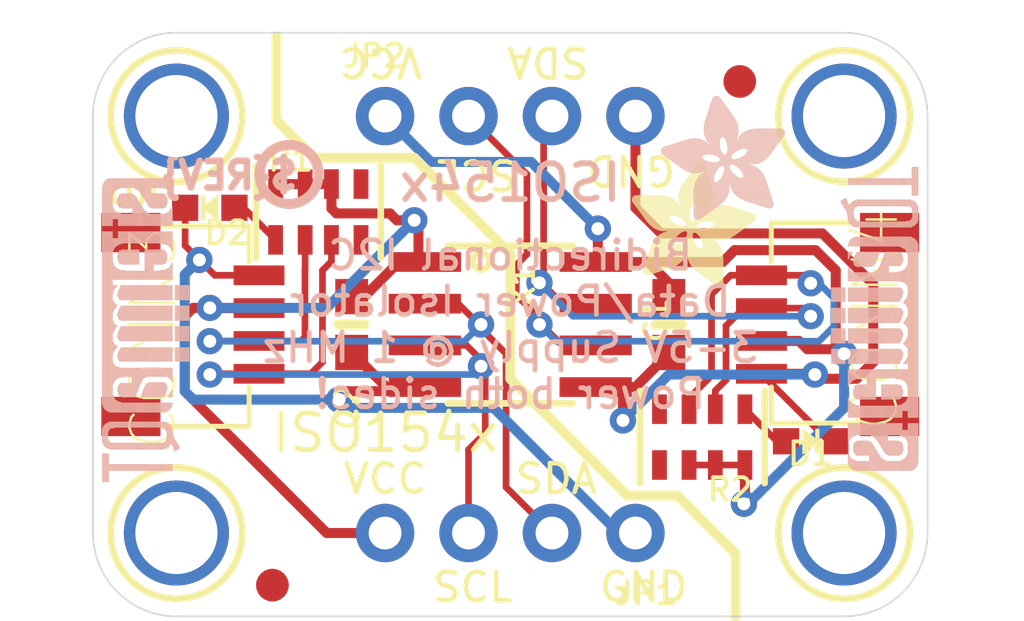
<source format=kicad_pcb>
(kicad_pcb (version 20221018) (generator pcbnew)
  (layers (0 "F.Cu" signal) (31 "B.Cu" signal) (34 "B.Paste" user) (35 "F.Paste" user) (36 "B.SilkS" user "B.Silkscreen") (37 "F.SilkS" user "F.Silkscreen") (38 "B.Mask" user) (39 "F.Mask" user) (44 "Edge.Cuts" user))
  (net 0 "")
  (net 1 "VCC1")
  (net 2 "GND1")
  (net 3 "SCL1")
  (net 4 "SDA1")
  (net 5 "VCC2")
  (net 6 "GND2")
  (net 7 "SDA2")
  (net 8 "SCL2")
  (net 9 "N$1")
  (net 10 "N$2")
  (footprint "working:0603-NO" (layer "F.Cu") (at 143.6751 105.0036 -90)
    (fp_text reference "C2" (at 1.778 0.127 90) (layer "F.SilkS") (effects (font (size 0.692831 0.692831) (thickness 0.119969)) (justify right)))
    (fp_text value "0.1uF")
    (pad "1" smd rect (at -0.85 0 270) (size 1.075 1) (layers "F.Cu" "F.Paste" "F.Mask") (net 1 "VCC1"))
    (pad "2" smd rect (at 0.85 0 270) (size 1.075 1) (layers "F.Cu" "F.Paste" "F.Mask") (net 2 "GND1"))
  )
  (footprint "working:SOIC8_150MIL" (layer "F.Cu") (at 148.5011 105.0036 -90)
    (fp_text reference "X1" (at -1.905 -0.381 90) (layer "F.SilkS") (effects (font (size 0.692831 0.692831) (thickness 0.119969)) (justify right)))
    (fp_text value "ISO154X")
    (pad "1" smd rect (at -1.905 2.6 270) (size 0.6 2.2) (layers "F.Cu" "F.Paste" "F.Mask") (net 1 "VCC1"))
    (pad "2" smd rect (at -0.635 2.6 270) (size 0.6 2.2) (layers "F.Cu" "F.Paste" "F.Mask") (net 4 "SDA1"))
    (pad "3" smd rect (at 0.635 2.6 270) (size 0.6 2.2) (layers "F.Cu" "F.Paste" "F.Mask") (net 3 "SCL1"))
    (pad "4" smd rect (at 1.905 2.6 270) (size 0.6 2.2) (layers "F.Cu" "F.Paste" "F.Mask") (net 2 "GND1"))
    (pad "5" smd rect (at 1.905 -2.6 270) (size 0.6 2.2) (layers "F.Cu" "F.Paste" "F.Mask") (net 6 "GND2"))
    (pad "6" smd rect (at 0.635 -2.6 270) (size 0.6 2.2) (layers "F.Cu" "F.Paste" "F.Mask") (net 8 "SCL2"))
    (pad "7" smd rect (at -0.635 -2.6 270) (size 0.6 2.2) (layers "F.Cu" "F.Paste" "F.Mask") (net 7 "SDA2"))
    (pad "8" smd rect (at -1.905 -2.6 270) (size 0.6 2.2) (layers "F.Cu" "F.Paste" "F.Mask") (net 5 "VCC2"))
  )
  (footprint "working:JST_SH4" (layer "F.Cu") (at 158.6611 105.0036 90)
    (fp_text reference "CONN4" (at -3.33 0.958 90) (layer "F.SilkS") (effects (font (size 1.347622 1.347622) (thickness 0.074778)) (justify left)))
    (fp_text value "STEMMA_I2C_QT" hide)
    (pad "1" smd rect (at -1.5 -2.514 180) (size 1.55 0.6) (layers "F.Cu" "F.Paste" "F.Mask") (net 6 "GND2"))
    (pad "2" smd rect (at -0.5 -2.514 180) (size 1.55 0.6) (layers "F.Cu" "F.Paste" "F.Mask") (net 5 "VCC2"))
    (pad "3" smd rect (at 0.5 -2.514 180) (size 1.55 0.6) (layers "F.Cu" "F.Paste" "F.Mask") (net 7 "SDA2"))
    (pad "4" smd rect (at 1.5 -2.514 180) (size 1.55 0.6) (layers "F.Cu" "F.Paste" "F.Mask") (net 8 "SCL2"))
    (pad "MT1" smd rect (at -2.8 1.386 180) (size 1.8 1.2) (layers "F.Cu" "F.Paste" "F.Mask"))
    (pad "MT2" smd rect (at 2.8 1.386 180) (size 1.8 1.2) (layers "F.Cu" "F.Paste" "F.Mask"))
  )
  (footprint "working:RESPACK_4X0603" (layer "F.Cu") (at 154.3431 108.4326 180)
    (fp_text reference "R2" (at -1.6 -1.6) (layer "F.SilkS") (effects (font (size 0.692831 0.692831) (thickness 0.119969)) (justify right)))
    (fp_text value "10K")
    (pad "1" smd rect (at -1.3 0.85 180) (size 0.45 0.9) (layers "F.Cu" "F.Paste" "F.Mask") (net 10 "N$2"))
    (pad "2" smd rect (at -0.4 0.85 180) (size 0.45 0.9) (layers "F.Cu" "F.Paste" "F.Mask") (net 7 "SDA2"))
    (pad "3" smd rect (at 0.4 0.85 180) (size 0.45 0.9) (layers "F.Cu" "F.Paste" "F.Mask") (net 8 "SCL2"))
    (pad "4" smd rect (at 1.3 0.85 180) (size 0.45 0.9) (layers "F.Cu" "F.Paste" "F.Mask"))
    (pad "5" smd rect (at 1.3 -0.85 180) (size 0.45 0.9) (layers "F.Cu" "F.Paste" "F.Mask"))
    (pad "6" smd rect (at 0.4 -0.85 180) (size 0.45 0.9) (layers "F.Cu" "F.Paste" "F.Mask") (net 5 "VCC2"))
    (pad "7" smd rect (at -0.4 -0.85 180) (size 0.45 0.9) (layers "F.Cu" "F.Paste" "F.Mask") (net 5 "VCC2"))
    (pad "8" smd rect (at -1.3 -0.85 180) (size 0.45 0.9) (layers "F.Cu" "F.Paste" "F.Mask") (net 5 "VCC2"))
  )
  (footprint "working:0603-NO" (layer "F.Cu") (at 153.3271 105.0036 -90)
    (fp_text reference "C1" (at -0.889 0.381 90) (layer "F.SilkS") (effects (font (size 0.692831 0.692831) (thickness 0.119969)) (justify right)))
    (fp_text value "0.1uF")
    (pad "1" smd rect (at -0.85 0 270) (size 1.075 1) (layers "F.Cu" "F.Paste" "F.Mask") (net 5 "VCC2"))
    (pad "2" smd rect (at 0.85 0 270) (size 1.075 1) (layers "F.Cu" "F.Paste" "F.Mask") (net 6 "GND2"))
  )
  (footprint "working:CHIPLED_0603_NOOUTLINE" (layer "F.Cu") (at 157.6451 108.5596 -90)
    (fp_text reference "D1" (at 0.381 0.762) (layer "F.SilkS") (effects (font (size 0.692831 0.692831) (thickness 0.119969)) (justify left)))
    (fp_text value "GREEN")
    (pad "A" smd rect (at 0 0.75 270) (size 0.8 0.8) (layers "F.Cu" "F.Paste" "F.Mask") (net 10 "N$2"))
    (pad "C" smd rect (at 0 -0.75 270) (size 0.8 0.8) (layers "F.Cu" "F.Paste" "F.Mask") (net 6 "GND2"))
  )
  (footprint "working:FIDUCIAL_1MM" (layer "F.Cu") (at 141.2621 112.9411)
    (fp_text reference "FID3" hide)
    (fp_text value "FIDUCIAL_1MM" hide)
    (pad "1" smd roundrect (at 0 0) (size 1 1) (layers "F.Cu" "F.Mask") (roundrect_rratio 0.5))
  )
  (footprint "working:ADAFRUIT_3.5MM" (layer "F.Cu") (at 152.1841 103.8606)
    (fp_text reference "U$22" hide)
    (fp_text value "" hide)
  )
  (footprint "working:FIDUCIAL_1MM" (layer "F.Cu") (at 155.4861 97.5995)
    (fp_text reference "FID4" hide)
    (fp_text value "FIDUCIAL_1MM" hide)
    (pad "1" smd roundrect (at 0 0) (size 1 1) (layers "F.Cu" "F.Mask") (roundrect_rratio 0.5))
  )
  (footprint "working:MOUNTINGHOLE_2.5_PLATED" (layer "F.Cu") (at 138.3411 98.6536)
    (fp_text reference "U$1" hide)
    (fp_text value "MOUNTINGHOLE2.5" hide)
    (pad "P$1" thru_hole circle (at 0 0) (size 3.2 3.2) (drill 2.5) (layers "*.Cu" "*.Mask"))
  )
  (footprint "working:CHIPLED_0603_NOOUTLINE" (layer "F.Cu") (at 139.3571 101.4476 90)
    (fp_text reference "D2" (at -0.762 1.27) (layer "F.SilkS") (effects (font (size 0.692831 0.692831) (thickness 0.119969)) (justify right)))
    (fp_text value "GREEN")
    (pad "A" smd rect (at 0 0.75 90) (size 0.8 0.8) (layers "F.Cu" "F.Paste" "F.Mask") (net 9 "N$1"))
    (pad "C" smd rect (at 0 -0.75 90) (size 0.8 0.8) (layers "F.Cu" "F.Paste" "F.Mask") (net 2 "GND1"))
  )
  (footprint "working:RESPACK_4X0603" (layer "F.Cu") (at 142.6591 101.5746)
    (fp_text reference "R1" (at -1.6 -1.6) (layer "F.SilkS") (effects (font (size 0.692831 0.692831) (thickness 0.119969)) (justify left)))
    (fp_text value "10K")
    (pad "1" smd rect (at -1.3 0.85) (size 0.45 0.9) (layers "F.Cu" "F.Paste" "F.Mask") (net 9 "N$1"))
    (pad "2" smd rect (at -0.4 0.85) (size 0.45 0.9) (layers "F.Cu" "F.Paste" "F.Mask") (net 4 "SDA1"))
    (pad "3" smd rect (at 0.4 0.85) (size 0.45 0.9) (layers "F.Cu" "F.Paste" "F.Mask") (net 3 "SCL1"))
    (pad "4" smd rect (at 1.3 0.85) (size 0.45 0.9) (layers "F.Cu" "F.Paste" "F.Mask"))
    (pad "5" smd rect (at 1.3 -0.85) (size 0.45 0.9) (layers "F.Cu" "F.Paste" "F.Mask"))
    (pad "6" smd rect (at 0.4 -0.85) (size 0.45 0.9) (layers "F.Cu" "F.Paste" "F.Mask") (net 1 "VCC1"))
    (pad "7" smd rect (at -0.4 -0.85) (size 0.45 0.9) (layers "F.Cu" "F.Paste" "F.Mask") (net 1 "VCC1"))
    (pad "8" smd rect (at -1.3 -0.85) (size 0.45 0.9) (layers "F.Cu" "F.Paste" "F.Mask") (net 1 "VCC1"))
  )
  (footprint "working:JST_SH4" (layer "F.Cu") (at 138.3411 105.0036 -90)
    (fp_text reference "CONN3" (at -3.076 0.704 90) (layer "F.SilkS") (effects (font (size 1.347622 1.347622) (thickness 0.074778)) (justify right)))
    (fp_text value "STEMMA_I2C_QT" hide)
    (pad "1" smd rect (at -1.5 -2.514) (size 1.55 0.6) (layers "F.Cu" "F.Paste" "F.Mask") (net 2 "GND1"))
    (pad "2" smd rect (at -0.5 -2.514) (size 1.55 0.6) (layers "F.Cu" "F.Paste" "F.Mask") (net 1 "VCC1"))
    (pad "3" smd rect (at 0.5 -2.514) (size 1.55 0.6) (layers "F.Cu" "F.Paste" "F.Mask") (net 4 "SDA1"))
    (pad "4" smd rect (at 1.5 -2.514) (size 1.55 0.6) (layers "F.Cu" "F.Paste" "F.Mask") (net 3 "SCL1"))
    (pad "MT1" smd rect (at -2.8 1.386) (size 1.8 1.2) (layers "F.Cu" "F.Paste" "F.Mask"))
    (pad "MT2" smd rect (at 2.8 1.386) (size 1.8 1.2) (layers "F.Cu" "F.Paste" "F.Mask"))
  )
  (footprint "working:MOUNTINGHOLE_2.5_PLATED" (layer "F.Cu") (at 158.6611 98.6536)
    (fp_text reference "U$17" hide)
    (fp_text value "MOUNTINGHOLE2.5" hide)
    (pad "P$1" thru_hole circle (at 0 0) (size 3.2 3.2) (drill 2.5) (layers "*.Cu" "*.Mask"))
  )
  (footprint "working:1X04_ROUND" (layer "F.Cu") (at 148.5011 111.3536 180)
    (fp_text reference "JP1" (at -5.1562 -1.8288) (layer "F.SilkS") (effects (font (size 0.692831 0.692831) (thickness 0.119969)) (justify right)))
    (fp_text value "")
    (pad "1" thru_hole circle (at -3.81 0 270) (size 1.778 1.778) (drill 1) (layers "*.Cu" "*.Mask") (net 2 "GND1"))
    (pad "2" thru_hole circle (at -1.27 0 270) (size 1.778 1.778) (drill 1) (layers "*.Cu" "*.Mask") (net 4 "SDA1"))
    (pad "3" thru_hole circle (at 1.27 0 270) (size 1.778 1.778) (drill 1) (layers "*.Cu" "*.Mask") (net 3 "SCL1"))
    (pad "4" thru_hole circle (at 3.81 0 270) (size 1.778 1.778) (drill 1) (layers "*.Cu" "*.Mask") (net 1 "VCC1"))
  )
  (footprint "working:MOUNTINGHOLE_2.5_PLATED" (layer "F.Cu") (at 138.3411 111.3536)
    (fp_text reference "U$19" hide)
    (fp_text value "MOUNTINGHOLE2.5" hide)
    (pad "P$1" thru_hole circle (at 0 0) (size 3.2 3.2) (drill 2.5) (layers "*.Cu" "*.Mask"))
  )
  (footprint "working:MOUNTINGHOLE_2.5_PLATED" (layer "F.Cu") (at 158.6611 111.3536)
    (fp_text reference "U$21" hide)
    (fp_text value "MOUNTINGHOLE2.5" hide)
    (pad "P$1" thru_hole circle (at 0 0) (size 3.2 3.2) (drill 2.5) (layers "*.Cu" "*.Mask"))
  )
  (footprint "working:1X04_ROUND" (layer "F.Cu") (at 148.5011 98.6536)
    (fp_text reference "JP2" (at -5.1562 -1.8288) (layer "F.SilkS") (effects (font (size 0.692831 0.692831) (thickness 0.119969)) (justify left)))
    (fp_text value "")
    (pad "1" thru_hole circle (at -3.81 0 90) (size 1.778 1.778) (drill 1) (layers "*.Cu" "*.Mask") (net 5 "VCC2"))
    (pad "2" thru_hole circle (at -1.27 0 90) (size 1.778 1.778) (drill 1) (layers "*.Cu" "*.Mask") (net 8 "SCL2"))
    (pad "3" thru_hole circle (at 1.27 0 90) (size 1.778 1.778) (drill 1) (layers "*.Cu" "*.Mask") (net 7 "SDA2"))
    (pad "4" thru_hole circle (at 3.81 0 90) (size 1.778 1.778) (drill 1) (layers "*.Cu" "*.Mask") (net 6 "GND2"))
  )
  (footprint "working:ADAFRUIT_3.5MM" (layer "B.Cu") (at 156.8831 101.8286 180)
    (fp_text reference "U$2" hide)
    (fp_text value "" hide)
  )
  (footprint "working:STEMMAQT" (layer "B.Cu") (at 138.7221 100.5586 -90)
    (fp_text reference "U$31" hide)
    (fp_text value "" hide)
  )
  (footprint "working:PCBFEAT-REV-040" (layer "B.Cu") (at 141.7701 100.4316 180)
    (fp_text reference "U$25" hide)
    (fp_text value "" hide)
    (fp_text user "${REV}" (at -0.3556 -0.508) (layer "B.SilkS") (effects (font (size 0.8128 0.8128) (thickness 0.2032)) (justify left bottom mirror)))
  )
  (footprint "working:STEMMAQT" (layer "B.Cu") (at 158.2801 109.4486 90)
    (fp_text reference "U$30" hide)
    (fp_text value "" hide)
  )
  (gr_line (start 153.5811 110.2106) (end 155.3591 111.9886) (stroke (width 0.3048)) (layer "F.SilkS"))
  (gr_line (start 152.0571 110.2106) (end 153.5811 110.2106) (stroke (width 0.3048)) (layer "F.SilkS"))
  (gr_line (start 141.3891 98.7806) (end 142.5321 99.9236) (stroke (width 0.3048)) (layer "F.SilkS"))
  (gr_line (start 145.5801 99.9236) (end 148.5011 102.8446) (stroke (width 0.3048)) (layer "F.SilkS"))
  (gr_line (start 142.5321 99.9236) (end 145.5801 99.9236) (stroke (width 0.3048)) (layer "F.SilkS"))
  (gr_line (start 148.5011 102.8446) (end 148.5011 106.6546) (stroke (width 0.3048)) (layer "F.SilkS"))
  (gr_line (start 155.3591 111.9886) (end 155.3591 113.8936) (stroke (width 0.3048)) (layer "F.SilkS"))
  (gr_line (start 141.3891 96.2406) (end 141.3891 98.7806) (stroke (width 0.3048)) (layer "F.SilkS"))
  (gr_line (start 148.5011 106.6546) (end 152.0571 110.2106) (stroke (width 0.3048)) (layer "F.SilkS"))
  (gr_line (start 135.8011 98.6536) (end 135.8011 111.3536) (stroke (width 0.05)) (layer "Edge.Cuts"))
  (gr_arc (start 135.8011 98.6536) (mid 136.545049 96.857549) (end 138.3411 96.1136) (stroke (width 0.05)) (layer "Edge.Cuts"))
  (gr_arc (start 158.6611 96.1136) (mid 160.457151 96.857549) (end 161.2011 98.6536) (stroke (width 0.05)) (layer "Edge.Cuts"))
  (gr_line (start 158.6611 96.1136) (end 138.3411 96.1136) (stroke (width 0.05)) (layer "Edge.Cuts"))
  (gr_line (start 161.2011 111.3536) (end 161.2011 98.6536) (stroke (width 0.05)) (layer "Edge.Cuts"))
  (gr_arc (start 138.3411 113.8936) (mid 136.545049 113.149651) (end 135.8011 111.3536) (stroke (width 0.05)) (layer "Edge.Cuts"))
  (gr_arc (start 161.2011 111.3536) (mid 160.457151 113.149651) (end 158.6611 113.8936) (stroke (width 0.05)) (layer "Edge.Cuts"))
  (gr_line (start 138.3411 113.8936) (end 158.6611 113.8936) (stroke (width 0.05)) (layer "Edge.Cuts"))
  (gr_text "Bidirectional I2C\nData/Power Isolator\n3-5V Supply @ 1 MHz\nPower both sides!" (at 148.5011 105.0036) (layer "B.SilkS") (effects (font (size 0.87376 0.87376) (thickness 0.14224)) (justify mirror)))
  (gr_text "ISO154x" (at 148.5011 100.6856) (layer "B.SilkS") (effects (font (size 1.0922 1.0922) (thickness 0.1778)) (justify mirror)))
  (gr_text "SDA" (at 149.8981 109.7026) (layer "F.SilkS") (effects (font (size 0.87376 0.87376) (thickness 0.14224))))
  (gr_text "SDA" (at 149.6441 97.0026 180) (layer "F.SilkS") (effects (font (size 0.87376 0.87376) (thickness 0.14224))))
  (gr_text "SCL" (at 147.3581 113.0046) (layer "F.SilkS") (effects (font (size 0.87376 0.87376) (thickness 0.14224))))
  (gr_text "ISO154x" (at 144.6911 108.3056) (layer "F.SilkS") (effects (font (size 1.1176 1.1176) (thickness 0.1524))))
  (gr_text "on" (at 136.1821 101.4476) (layer "F.SilkS") (effects (font (size 0.89408 0.89408) (thickness 0.12192)) (justify left bottom)))
  (gr_text "SCL" (at 147.4851 100.4316 180) (layer "F.SilkS") (effects (font (size 0.87376 0.87376) (thickness 0.14224))))
  (gr_text "VCC" (at 144.5641 97.0026 180) (layer "F.SilkS") (effects (font (size 0.87376 0.87376) (thickness 0.14224))))
  (gr_text "GND" (at 152.5651 113.0046) (layer "F.SilkS") (effects (font (size 0.87376 0.87376) (thickness 0.14224))))
  (gr_text "VCC" (at 144.6911 109.7026) (layer "F.SilkS") (effects (font (size 0.87376 0.87376) (thickness 0.14224))))
  (gr_text "GND" (at 152.1841 100.3046 180) (layer "F.SilkS") (effects (font (size 0.87376 0.87376) (thickness 0.14224))))
  (segment (start 143.2115 101.619) (end 143.0591 101.4666) (width 0.3048) (layer "F.Cu") (net 1))
  (segment (start 138.5951 107.0356) (end 138.5951 104.7496) (width 0.3048) (layer "F.Cu") (net 1))
  (segment (start 143.0591 100.7246) (end 143.0591 101.4666) (width 0.3048) (layer "F.Cu") (net 1))
  (segment (start 143.6751 104.1536) (end 144.0561 104.1536) (width 0.3048) (layer "F.Cu") (net 1))
  (segment (start 144.6911 111.3536) (end 142.9131 111.3536) (width 0.3048) (layer "F.Cu") (net 1))
  (segment (start 142.2591 100.7246) (end 143.0591 100.7246) (width 0.3048) (layer "F.Cu") (net 1))
  (segment (start 145.7071 103.0986) (end 145.9011 103.0986) (width 0.3048) (layer "F.Cu") (net 1))
  (segment (start 145.048993 101.8286) (end 145.5801 101.8286) (width 0.3048) (layer "F.Cu") (net 1))
  (segment (start 144.839393 101.619) (end 145.048993 101.8286) (width 0.3048) (layer "F.Cu") (net 1))
  (segment (start 138.5951 104.7496) (end 138.8491 104.4956) (width 0.3048) (layer "F.Cu") (net 1))
  (segment (start 138.8491 104.4956) (end 139.3571 104.4956) (width 0.3048) (layer "F.Cu") (net 1))
  (segment (start 145.1111 103.0986) (end 145.7071 103.0986) (width 0.3048) (layer "F.Cu") (net 1))
  (segment (start 145.1111 103.0986) (end 144.0561 104.1536) (width 0.3048) (layer "F.Cu") (net 1))
  (segment (start 141.3591 100.7246) (end 142.2591 100.7246) (width 0.3048) (layer "F.Cu") (net 1))
  (segment (start 143.2115 101.619) (end 144.839393 101.619) (width 0.3048) (layer "F.Cu") (net 1))
  (segment (start 145.5801 101.8286) (end 145.7071 101.9556) (width 0.3048) (layer "F.Cu") (net 1))
  (segment (start 142.9131 111.3536) (end 138.5951 107.0356) (width 0.3048) (layer "F.Cu") (net 1))
  (segment (start 145.7071 101.9556) (end 145.7071 103.0986) (width 0.3048) (layer "F.Cu") (net 1))
  (segment (start 139.3651 104.5036) (end 139.3571 104.4956) (width 0.3048) (layer "F.Cu") (net 1))
  (segment (start 140.8551 104.5036) (end 139.3651 104.5036) (width 0.3048) (layer "F.Cu") (net 1))
  (via (at 145.5801 101.8286) (size 0.8001) (drill 0.3937) (layers "F.Cu" "B.Cu") (net 1))
  (via (at 139.3571 104.4956) (size 0.8001) (drill 0.3937) (layers "F.Cu" "B.Cu") (net 1))
  (segment (start 139.3571 104.4956) (end 142.9131 104.4956) (width 0.3048) (layer "B.Cu") (net 1))
  (segment (start 142.9131 104.4956) (end 145.5801 101.8286) (width 0.3048) (layer "B.Cu") (net 1))
  (segment (start 143.2941 107.2896) (end 143.5481 107.0356) (width 0.3048) (layer "F.Cu") (net 2))
  (segment (start 139.5081 103.5036) (end 140.8551 103.5036) (width 0.2032) (layer "F.Cu") (net 2))
  (segment (start 138.6071 101.4476) (end 138.6071 102.6026) (width 0.2032) (layer "F.Cu") (net 2))
  (segment (start 143.5481 107.0356) (end 144.8571 107.0356) (width 0.3048) (layer "F.Cu") (net 2))
  (segment (start 139.0396 103.0351) (end 139.5081 103.5036) (width 0.2032) (layer "F.Cu") (net 2))
  (segment (start 143.6751 105.8536) (end 144.7301 106.9086) (width 0.3048) (layer "F.Cu") (net 2))
  (segment (start 144.7301 106.9086) (end 144.8571 107.0356) (width 0.3048) (layer "F.Cu") (net 2))
  (segment (start 138.6071 102.6026) (end 139.0396 103.0351) (width 0.2032) (layer "F.Cu") (net 2))
  (segment (start 144.7301 106.9086) (end 145.9011 106.9086) (width 0.3048) (layer "F.Cu") (net 2))
  (via (at 143.2941 107.2896) (size 0.8001) (drill 0.3937) (layers "F.Cu" "B.Cu") (net 2))
  (via (at 139.0396 103.0351) (size 0.8001) (drill 0.3937) (layers "F.Cu" "B.Cu") (net 2))
  (segment (start 152.3111 111.3536) (end 151.8031 111.3536) (width 0.3048) (layer "B.Cu") (net 2))
  (segment (start 143.5481 107.5436) (end 143.2941 107.2896) (width 0.3048) (layer "B.Cu") (net 2))
  (segment (start 138.5951 107.0356) (end 138.5951 103.4796) (width 0.3048) (layer "B.Cu") (net 2))
  (segment (start 138.5951 103.4796) (end 139.0396 103.0351) (width 0.3048) (layer "B.Cu") (net 2))
  (segment (start 147.9931 107.5436) (end 143.5481 107.5436) (width 0.3048) (layer "B.Cu") (net 2))
  (segment (start 138.8491 107.2896) (end 138.5951 107.0356) (width 0.3048) (layer "B.Cu") (net 2))
  (segment (start 143.2941 107.2896) (end 138.8491 107.2896) (width 0.3048) (layer "B.Cu") (net 2))
  (segment (start 151.8031 111.3536) (end 147.9931 107.5436) (width 0.3048) (layer "B.Cu") (net 2))
  (segment (start 142.7861 103.3526) (end 142.7861 106.1466) (width 0.2032) (layer "F.Cu") (net 3))
  (segment (start 147.6121 106.0796) (end 147.1711 105.6386) (width 0.2032) (layer "F.Cu") (net 3))
  (segment (start 142.7861 106.1466) (end 142.4291 106.5036) (width 0.2032) (layer "F.Cu") (net 3))
  (segment (start 147.1711 105.6386) (end 145.9011 105.6386) (width 0.2032) (layer "F.Cu") (net 3))
  (segment (start 143.0591 103.0796) (end 142.7861 103.3526) (width 0.2032) (layer "F.Cu") (net 3))
  (segment (start 147.2311 111.3536) (end 147.2311 108.8136) (width 0.2032) (layer "F.Cu") (net 3))
  (segment (start 147.6121 106.2736) (end 147.6121 106.0796) (width 0.2032) (layer "F.Cu") (net 3))
  (segment (start 143.0591 102.4246) (end 143.0591 103.0796) (width 0.2032) (layer "F.Cu") (net 3))
  (segment (start 139.3811 106.5036) (end 139.3571 106.5276) (width 0.2032) (layer "F.Cu") (net 3))
  (segment (start 147.7391 106.4006) (end 147.6121 106.2736) (width 0.2032) (layer "F.Cu") (net 3))
  (segment (start 142.4291 106.5036) (end 140.8551 106.5036) (width 0.2032) (layer "F.Cu") (net 3))
  (segment (start 140.8551 106.5036) (end 139.3811 106.5036) (width 0.2032) (layer "F.Cu") (net 3))
  (segment (start 147.2311 108.8136) (end 147.7391 108.3056) (width 0.2032) (layer "F.Cu") (net 3))
  (segment (start 147.7391 108.3056) (end 147.7391 106.4006) (width 0.2032) (layer "F.Cu") (net 3))
  (via (at 139.3571 106.5276) (size 0.8001) (drill 0.3937) (layers "F.Cu" "B.Cu") (net 3))
  (via (at 147.6121 106.2736) (size 0.8001) (drill 0.3937) (layers "F.Cu" "B.Cu") (net 3))
  (segment (start 147.3581 106.5276) (end 147.6121 106.2736) (width 0.2032) (layer "B.Cu") (net 3))
  (segment (start 139.3571 106.5276) (end 147.3581 106.5276) (width 0.2032) (layer "B.Cu") (net 3))
  (segment (start 147.6121 105.0036) (end 147.6121 105.1306) (width 0.2032) (layer "F.Cu") (net 4))
  (segment (start 142.2527 103.311263) (end 142.2591 103.304863) (width 0.2032) (layer "F.Cu") (net 4))
  (segment (start 148.3741 105.8926) (end 148.3741 109.9566) (width 0.2032) (layer "F.Cu") (net 4))
  (segment (start 140.8551 105.5036) (end 142.1337 105.5036) (width 0.2032) (layer "F.Cu") (net 4))
  (segment (start 148.3741 105.8926) (end 147.6121 105.1306) (width 0.2032) (layer "F.Cu") (net 4))
  (segment (start 142.2527 105.3846) (end 142.2527 103.311263) (width 0.2032) (layer "F.Cu") (net 4))
  (segment (start 148.3741 109.9566) (end 149.7711 111.3536) (width 0.2032) (layer "F.Cu") (net 4))
  (segment (start 147.5521 105.0036) (end 146.9171 104.3686) (width 0.2032) (layer "F.Cu") (net 4))
  (segment (start 146.9171 104.3686) (end 145.9011 104.3686) (width 0.2032) (layer "F.Cu") (net 4))
  (segment (start 142.2591 103.304863) (end 142.2591 102.4246) (width 0.2032) (layer "F.Cu") (net 4))
  (segment (start 140.8551 105.5036) (end 139.3651 105.5036) (width 0.2032) (layer "F.Cu") (net 4))
  (segment (start 142.1337 105.5036) (end 142.2527 105.3846) (width 0.2032) (layer "F.Cu") (net 4))
  (segment (start 139.3651 105.5036) (end 139.3571 105.5116) (width 0.2032) (layer "F.Cu") (net 4))
  (segment (start 147.6121 105.0036) (end 147.5521 105.0036) (width 0.2032) (layer "F.Cu") (net 4))
  (via (at 147.6121 105.0036) (size 0.8001) (drill 0.3937) (layers "F.Cu" "B.Cu") (net 4))
  (via (at 139.3571 105.5116) (size 0.8001) (drill 0.3937) (layers "F.Cu" "B.Cu") (net 4))
  (segment (start 147.1041 105.5116) (end 147.6121 105.0036) (width 0.2032) (layer "B.Cu") (net 4))
  (segment (start 139.3571 105.5116) (end 147.1041 105.5116) (width 0.2032) (layer "B.Cu") (net 4))
  (segment (start 158.5261 105.7576) (end 157.5441 105.7576) (width 0.3048) (layer "F.Cu") (net 5))
  (segment (start 158.6611 105.8926) (end 158.5261 105.7576) (width 0.3048) (layer "F.Cu") (net 5))
  (segment (start 152.6921 103.0986) (end 153.3271 103.7336) (width 0.3048) (layer "F.Cu") (net 5))
  (segment (start 154.7431 109.2826) (end 153.9431 109.2826) (width 0.2032) (layer "F.Cu") (net 5))
  (segment (start 155.6431 109.2826) (end 154.7431 109.2826) (width 0.2032) (layer "F.Cu") (net 5))
  (segment (start 158.4071 103.3526) (end 158.4071 105.6386) (width 0.3048) (layer "F.Cu") (net 5))
  (segment (start 153.3271 103.7336) (end 153.3271 104.1536) (width 0.3048) (layer "F.Cu") (net 5))
  (segment (start 154.966518 103.0986) (end 155.328468 102.73665) (width 0.3048) (layer "F.Cu") (net 5))
  (segment (start 151.1681 102.0826) (end 151.1681 103.0986) (width 0.3048) (layer "F.Cu") (net 5))
  (segment (start 155.328468 102.73665) (end 157.79115 102.73665) (width 0.3048) (layer "F.Cu") (net 5))
  (segment (start 157.5441 105.7576) (end 157.2901 105.5036) (width 0.3048) (layer "F.Cu") (net 5))
  (segment (start 151.1681 103.0986) (end 152.6921 103.0986) (width 0.3048) (layer "F.Cu") (net 5))
  (segment (start 157.79115 102.73665) (end 158.4071 103.3526) (width 0.3048) (layer "F.Cu") (net 5))
  (segment (start 158.4071 105.6386) (end 158.6611 105.8926) (width 0.3048) (layer "F.Cu") (net 5))
  (segment (start 155.6431 110.4346) (end 155.6131 110.4646) (width 0.3048) (layer "F.Cu") (net 5))
  (segment (start 157.2901 105.5036) (end 156.1471 105.5036) (width 0.3048) (layer "F.Cu") (net 5))
  (segment (start 151.1011 103.0986) (end 151.1681 103.0986) (width 0.3048) (layer "F.Cu") (net 5))
  (segment (start 155.6431 109.2826) (end 155.6431 110.4346) (width 0.3048) (layer "F.Cu") (net 5))
  (segment (start 152.6921 103.0986) (end 154.966518 103.0986) (width 0.3048) (layer "F.Cu") (net 5))
  (via (at 155.6131 110.4646) (size 0.8001) (drill 0.3937) (layers "F.Cu" "B.Cu") (net 5))
  (via (at 158.6611 105.8926) (size 0.8001) (drill 0.3937) (layers "F.Cu" "B.Cu") (net 5))
  (via (at 151.1681 102.0826) (size 0.8001) (drill 0.3937) (layers "F.Cu" "B.Cu") (net 5))
  (segment (start 158.6611 107.5436) (end 155.7401 110.4646) (width 0.3048) (layer "B.Cu") (net 5))
  (segment (start 155.6131 110.4646) (end 155.7401 110.4646) (width 0.3048) (layer "B.Cu") (net 5))
  (segment (start 146.0881 100.0506) (end 149.1361 100.0506) (width 0.3048) (layer "B.Cu") (net 5))
  (segment (start 149.1361 100.0506) (end 151.1681 102.0826) (width 0.3048) (layer "B.Cu") (net 5))
  (segment (start 144.6911 98.6536) (end 146.0881 100.0506) (width 0.3048) (layer "B.Cu") (net 5))
  (segment (start 158.6611 107.5436) (end 158.6611 105.8926) (width 0.3048) (layer "B.Cu") (net 5))
  (segment (start 158.2031 108.5596) (end 158.3951 108.5596) (width 0.2032) (layer "F.Cu") (net 6))
  (segment (start 151.9301 107.0356) (end 152.0571 106.9086) (width 0.3048) (layer "F.Cu") (net 6))
  (segment (start 158.001575 102.22865) (end 159.5501 103.777175) (width 0.3048) (layer "F.Cu") (net 6))
  (segment (start 152.0571 106.9086) (end 152.3111 106.9086) (width 0.3048) (layer "F.Cu") (net 6))
  (segment (start 152.3111 98.6536) (end 152.3111 101.4476) (width 0.3048) (layer "F.Cu") (net 6))
  (segment (start 159.0421 106.6546) (end 157.8991 106.6546) (width 0.3048) (layer "F.Cu") (net 6))
  (segment (start 157.7481 106.5036) (end 157.7721 106.5276) (width 0.3048) (layer "F.Cu") (net 6))
  (segment (start 159.5501 103.777175) (end 159.5501 106.1466) (width 0.3048) (layer "F.Cu") (net 6))
  (segment (start 159.5501 106.1466) (end 159.0421 106.6546) (width 0.3048) (layer "F.Cu") (net 6))
  (segment (start 156.1471 106.5036) (end 157.7481 106.5036) (width 0.3048) (layer "F.Cu") (net 6))
  (segment (start 151.1011 106.9086) (end 152.0571 106.9086) (width 0.3048) (layer "F.Cu") (net 6))
  (segment (start 157.8991 106.6546) (end 157.7721 106.5276) (width 0.3048) (layer "F.Cu") (net 6))
  (segment (start 153.09215 102.22865) (end 152.3111 101.4476) (width 0.3048) (layer "F.Cu") (net 6))
  (segment (start 151.9301 107.9246) (end 151.9301 107.0356) (width 0.3048) (layer "F.Cu") (net 6))
  (segment (start 153.09215 102.22865) (end 158.001575 102.22865) (width 0.3048) (layer "F.Cu") (net 6))
  (segment (start 152.3111 106.9086) (end 153.3271 105.8926) (width 0.3048) (layer "F.Cu") (net 6))
  (segment (start 156.1471 106.5036) (end 158.2031 108.5596) (width 0.2032) (layer "F.Cu") (net 6))
  (segment (start 153.3271 105.8926) (end 153.3271 105.8536) (width 0.3048) (layer "F.Cu") (net 6))
  (via (at 151.9301 107.9246) (size 0.8001) (drill 0.3937) (layers "F.Cu" "B.Cu") (net 6))
  (via (at 157.7721 106.5276) (size 0.8001) (drill 0.3937) (layers "F.Cu" "B.Cu") (net 6))
  (segment (start 157.7721 106.5276) (end 153.3271 106.5276) (width 0.3048) (layer "B.Cu") (net 6))
  (segment (start 153.3271 106.5276) (end 151.9301 107.9246) (width 0.3048) (layer "B.Cu") (net 6))
  (segment (start 149.5171 103.6066) (end 149.5171 98.9076) (width 0.2032) (layer "F.Cu") (net 7))
  (segment (start 149.5171 98.9076) (end 149.7711 98.6536) (width 0.2032) (layer "F.Cu") (net 7))
  (segment (start 155.6051 104.5036) (end 156.1471 104.5036) (width 0.2032) (layer "F.Cu") (net 7))
  (segment (start 157.6451 104.7496) (end 157.3991 104.5036) (width 0.2032) (layer "F.Cu") (net 7))
  (segment (start 155.0673 105.0414) (end 155.6051 104.5036) (width 0.2032) (layer "F.Cu") (net 7))
  (segment (start 155.0673 106.6924) (end 155.0673 105.0414) (width 0.2032) (layer "F.Cu") (net 7))
  (segment (start 154.7431 107.0166) (end 155.0673 106.6924) (width 0.2032) (layer "F.Cu") (net 7))
  (segment (start 150.0851 104.3686) (end 149.4501 103.7336) (width 0.2032) (layer "F.Cu") (net 7))
  (segment (start 154.7431 107.5826) (end 154.7431 107.0166) (width 0.2032) (layer "F.Cu") (net 7))
  (segment (start 149.3901 103.7336) (end 149.5171 103.6066) (width 0.2032) (layer "F.Cu") (net 7))
  (segment (start 156.1471 104.5036) (end 157.3991 104.5036) (width 0.2032) (layer "F.Cu") (net 7))
  (segment (start 149.4501 103.7336) (end 149.3901 103.7336) (width 0.2032) (layer "F.Cu") (net 7))
  (segment (start 150.0851 104.3686) (end 151.1011 104.3686) (width 0.2032) (layer "F.Cu") (net 7))
  (via (at 157.6451 104.7496) (size 0.8001) (drill 0.3937) (layers "F.Cu" "B.Cu") (net 7))
  (via (at 149.3901 103.7336) (size 0.8001) (drill 0.3937) (layers "F.Cu" "B.Cu") (net 7))
  (segment (start 157.6451 104.7496) (end 150.4061 104.7496) (width 0.2032) (layer "B.Cu") (net 7))
  (segment (start 150.4061 104.7496) (end 149.3901 103.7336) (width 0.2032) (layer "B.Cu") (net 7))
  (segment (start 149.3901 104.809863) (end 148.68525 104.105013) (width 0.2032) (layer "F.Cu") (net 8))
  (segment (start 149.0091 100.4316) (end 149.0091 102.863788) (width 0.2032) (layer "F.Cu") (net 8))
  (segment (start 157.4024 103.5036) (end 157.6451 103.7463) (width 0.2032) (layer "F.Cu") (net 8))
  (segment (start 155.2081 103.5036) (end 156.1471 103.5036) (width 0.2032) (layer "F.Cu") (net 8))
  (segment (start 150.0851 105.6386) (end 151.1011 105.6386) (width 0.2032) (layer "F.Cu") (net 8))
  (segment (start 148.68525 103.187638) (end 148.68525 104.105013) (width 0.2032) (layer "F.Cu") (net 8))
  (segment (start 156.1471 103.5036) (end 157.4024 103.5036) (width 0.2032) (layer "F.Cu") (net 8))
  (segment (start 154.627231 104.084469) (end 155.2081 103.5036) (width 0.2032) (layer "F.Cu") (net 8))
  (segment (start 150.0851 105.6386) (end 149.4501 105.0036) (width 0.2032) (layer "F.Cu") (net 8))
  (segment (start 154.627231 106.557732) (end 154.627231 104.084469) (width 0.2032) (layer "F.Cu") (net 8))
  (segment (start 153.9431 107.241863) (end 154.627231 106.557732) (width 0.2032) (layer "F.Cu") (net 8))
  (segment (start 153.9431 107.5826) (end 153.9431 107.241863) (width 0.2032) (layer "F.Cu") (net 8))
  (segment (start 149.3901 105.0036) (end 149.3901 104.809863) (width 0.2032) (layer "F.Cu") (net 8))
  (segment (start 149.0091 102.863788) (end 148.68525 103.187638) (width 0.2032) (layer "F.Cu") (net 8))
  (segment (start 149.4501 105.0036) (end 149.3901 105.0036) (width 0.2032) (layer "F.Cu") (net 8))
  (segment (start 147.2311 98.6536) (end 149.0091 100.4316) (width 0.2032) (layer "F.Cu") (net 8))
  (via (at 149.3901 105.0036) (size 0.8001) (drill 0.3937) (layers "F.Cu" "B.Cu") (net 8))
  (via (at 157.6451 103.7463) (size 0.8001) (drill 0.3937) (layers "F.Cu" "B.Cu") (net 8))
  (segment (start 157.6451 103.7463) (end 157.8991 103.7463) (width 0.2032) (layer "B.Cu") (net 8))
  (segment (start 157.8991 105.5116) (end 149.8981 105.5116) (width 0.2032) (layer "B.Cu") (net 8))
  (segment (start 149.8981 105.5116) (end 149.3901 105.0036) (width 0.2032) (layer "B.Cu") (net 8))
  (segment (start 158.34995 105.06075) (end 157.8991 105.5116) (width 0.2032) (layer "B.Cu") (net 8))
  (segment (start 158.34995 104.19715) (end 158.34995 105.06075) (width 0.2032) (layer "B.Cu") (net 8))
  (segment (start 158.34995 104.19715) (end 157.8991 103.7463) (width 0.2032) (layer "B.Cu") (net 8))
  (segment (start 140.3821 101.4476) (end 141.3591 102.4246) (width 0.2032) (layer "F.Cu") (net 9))
  (segment (start 140.1071 101.4476) (end 140.3821 101.4476) (width 0.2032) (layer "F.Cu") (net 9))
  (segment (start 155.6431 107.5826) (end 156.6201 108.5596) (width 0.2032) (layer "F.Cu") (net 10))
  (segment (start 156.6201 108.5596) (end 156.8951 108.5596) (width 0.2032) (layer "F.Cu") (net 10))
)
</source>
